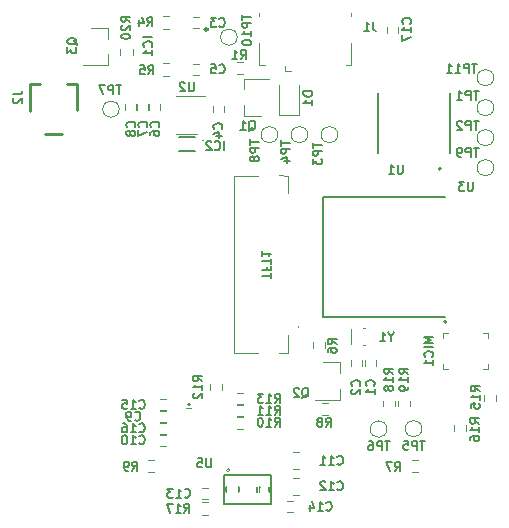
<source format=gbr>
G04 #@! TF.GenerationSoftware,KiCad,Pcbnew,(2018-02-05 revision d1a45d147)-makepkg*
G04 #@! TF.CreationDate,2020-01-13T12:48:58-08:00*
G04 #@! TF.ProjectId,badge,62616467652E6B696361645F70636200,rev?*
G04 #@! TF.SameCoordinates,Original*
G04 #@! TF.FileFunction,Legend,Bot*
G04 #@! TF.FilePolarity,Positive*
%FSLAX46Y46*%
G04 Gerber Fmt 4.6, Leading zero omitted, Abs format (unit mm)*
G04 Created by KiCad (PCBNEW (2018-02-05 revision d1a45d147)-makepkg) date 01/13/20 12:48:58*
%MOMM*%
%LPD*%
G01*
G04 APERTURE LIST*
%ADD10C,0.200000*%
%ADD11C,0.120000*%
%ADD12C,0.203200*%
%ADD13C,0.254000*%
%ADD14C,0.101600*%
%ADD15C,0.100000*%
%ADD16C,0.160000*%
%ADD17C,0.050000*%
%ADD18C,0.127000*%
%ADD19C,0.250000*%
%ADD20C,0.152400*%
G04 APERTURE END LIST*
D10*
X116314000Y-86990000D02*
G75*
G03X116314000Y-86990000I-24000J0D01*
G01*
X115659000Y-87927000D02*
X114259000Y-87927000D01*
X114259000Y-86727000D02*
X115659000Y-86727000D01*
D11*
X128844000Y-104204000D02*
X128844000Y-103004000D01*
X129844000Y-102904000D02*
X130044000Y-102904000D01*
X129844000Y-104304000D02*
X130044000Y-104304000D01*
D10*
X136482203Y-89396800D02*
G75*
G03X136482203Y-89396800I-111803J0D01*
G01*
D12*
X137220400Y-88096800D02*
X137220400Y-82996800D01*
X131120400Y-82996800D02*
X131120400Y-88096800D01*
D13*
X101665000Y-82195000D02*
X102565000Y-82195000D01*
X105665000Y-82195000D02*
X104810000Y-82195000D01*
X104432000Y-86445000D02*
X102943000Y-86445000D01*
X101665000Y-82195000D02*
X101665000Y-84542000D01*
X105665000Y-82195000D02*
X105665000Y-84408000D01*
D12*
X118079500Y-117769240D02*
X118079500Y-115351160D01*
X120916680Y-116758320D02*
X120916680Y-116362080D01*
X122118100Y-117769240D02*
X122118100Y-115351160D01*
X118079500Y-117769240D02*
X122118100Y-117769240D01*
X118079500Y-115351160D02*
X122118100Y-115351160D01*
D14*
X118632740Y-114916820D02*
G75*
G03X118632740Y-114916820I-154460J0D01*
G01*
D12*
X118312994Y-116372752D02*
G75*
G03X118313180Y-116748160I515806J-187448D01*
G01*
X119346552Y-116749281D02*
G75*
G03X119346960Y-116372240I-517752J189081D01*
G01*
X121121065Y-116369698D02*
G75*
G03X121119880Y-116748160I405215J-190502D01*
G01*
X121933128Y-116752648D02*
G75*
G03X121935220Y-116372240I-406848J192448D01*
G01*
D11*
X134865000Y-111410000D02*
G75*
G03X134865000Y-111410000I-700000J0D01*
G01*
X140941000Y-84226000D02*
G75*
G03X140941000Y-84226000I-700000J0D01*
G01*
X140941000Y-86766000D02*
G75*
G03X140941000Y-86766000I-700000J0D01*
G01*
X127733000Y-86512000D02*
G75*
G03X127733000Y-86512000I-700000J0D01*
G01*
X125193000Y-86512000D02*
G75*
G03X125193000Y-86512000I-700000J0D01*
G01*
X109241800Y-84353000D02*
G75*
G03X109241800Y-84353000I-700000J0D01*
G01*
X122653000Y-86512000D02*
G75*
G03X122653000Y-86512000I-700000J0D01*
G01*
X140941000Y-89306000D02*
G75*
G03X140941000Y-89306000I-700000J0D01*
G01*
X119224000Y-78257000D02*
G75*
G03X119224000Y-78257000I-700000J0D01*
G01*
X131898600Y-111440578D02*
G75*
G03X131898600Y-111440578I-700000J0D01*
G01*
X140941000Y-81686000D02*
G75*
G03X140941000Y-81686000I-700000J0D01*
G01*
X114059000Y-83217000D02*
X116509000Y-83217000D01*
X115859000Y-86437000D02*
X114059000Y-86437000D01*
D15*
X136650400Y-106325400D02*
X137050400Y-106325400D01*
X136650400Y-105925400D02*
X136650400Y-106325400D01*
X136650400Y-103325400D02*
X137050400Y-103325400D01*
X136650400Y-103725400D02*
X136650400Y-103325400D01*
X140450400Y-106325400D02*
X140450400Y-105925400D01*
X140050400Y-106325400D02*
X140450400Y-106325400D01*
X140450400Y-103325400D02*
X140450400Y-103725400D01*
X140050400Y-103325400D02*
X140450400Y-103325400D01*
D11*
X119796000Y-84917000D02*
X121256000Y-84917000D01*
X119796000Y-81757000D02*
X121956000Y-81757000D01*
X119796000Y-81757000D02*
X119796000Y-82687000D01*
X119796000Y-84917000D02*
X119796000Y-83987000D01*
X127947940Y-105777780D02*
X126487940Y-105777780D01*
X127947940Y-108937780D02*
X125787940Y-108937780D01*
X127947940Y-108937780D02*
X127947940Y-108007780D01*
X127947940Y-105777780D02*
X127947940Y-106707780D01*
X108325000Y-77450000D02*
X106865000Y-77450000D01*
X108325000Y-80610000D02*
X106165000Y-80610000D01*
X108325000Y-80610000D02*
X108325000Y-79680000D01*
X108325000Y-77450000D02*
X108325000Y-78380000D01*
X110691000Y-83950000D02*
X110691000Y-84450000D01*
X109751000Y-84450000D02*
X109751000Y-83950000D01*
X113179800Y-111848200D02*
X112679800Y-111848200D01*
X112679800Y-110908200D02*
X113179800Y-110908200D01*
X113179800Y-109848200D02*
X112679800Y-109848200D01*
X112679800Y-108908200D02*
X113179800Y-108908200D01*
X123481000Y-117538000D02*
X123981000Y-117538000D01*
X123981000Y-118478000D02*
X123481000Y-118478000D01*
X116779278Y-117358676D02*
X116279278Y-117358676D01*
X116279278Y-116418676D02*
X116779278Y-116418676D01*
X112679800Y-111908200D02*
X113179800Y-111908200D01*
X113179800Y-112848200D02*
X112679800Y-112848200D01*
X112679800Y-109908200D02*
X113179800Y-109908200D01*
X113179800Y-110848200D02*
X112679800Y-110848200D01*
X112691000Y-83950000D02*
X112691000Y-84450000D01*
X111751000Y-84450000D02*
X111751000Y-83950000D01*
X115955000Y-81486000D02*
X115455000Y-81486000D01*
X115455000Y-80546000D02*
X115955000Y-80546000D01*
X129814400Y-105591400D02*
X129814400Y-106091400D01*
X128874400Y-106091400D02*
X128874400Y-105591400D01*
X115955000Y-77486000D02*
X115455000Y-77486000D01*
X115455000Y-76546000D02*
X115955000Y-76546000D01*
X132811600Y-77422800D02*
X132811600Y-77922800D01*
X131871600Y-77922800D02*
X131871600Y-77422800D01*
X118105000Y-84077000D02*
X118105000Y-84577000D01*
X117165000Y-84577000D02*
X117165000Y-84077000D01*
X131008200Y-105591400D02*
X131008200Y-106091400D01*
X130068200Y-106091400D02*
X130068200Y-105591400D01*
X111691000Y-83950000D02*
X111691000Y-84450000D01*
X110751000Y-84450000D02*
X110751000Y-83950000D01*
X117959800Y-107628200D02*
X117959800Y-108128200D01*
X116899800Y-108128200D02*
X116899800Y-107628200D01*
X119679800Y-110408200D02*
X119179800Y-110408200D01*
X119179800Y-109348200D02*
X119679800Y-109348200D01*
X119679800Y-109408200D02*
X119179800Y-109408200D01*
X119179800Y-108348200D02*
X119679800Y-108348200D01*
X141177400Y-108545000D02*
X141177400Y-109045000D01*
X140117400Y-109045000D02*
X140117400Y-108545000D01*
X137552000Y-111585000D02*
X137552000Y-111085000D01*
X138612000Y-111085000D02*
X138612000Y-111585000D01*
X116279278Y-117628676D02*
X116779278Y-117628676D01*
X116779278Y-118688676D02*
X116279278Y-118688676D01*
X132617600Y-109020400D02*
X132617600Y-109520400D01*
X131557600Y-109520400D02*
X131557600Y-109020400D01*
X133887600Y-109020400D02*
X133887600Y-109520400D01*
X132827600Y-109520400D02*
X132827600Y-109020400D01*
X109335000Y-79740000D02*
X109335000Y-79240000D01*
X110395000Y-79240000D02*
X110395000Y-79740000D01*
X111705000Y-114030000D02*
X112205000Y-114030000D01*
X112205000Y-115090000D02*
X111705000Y-115090000D01*
X126395000Y-109220000D02*
X126895000Y-109220000D01*
X126895000Y-110280000D02*
X126395000Y-110280000D01*
X134035000Y-114030000D02*
X134535000Y-114030000D01*
X134535000Y-115090000D02*
X134035000Y-115090000D01*
X119225000Y-80320000D02*
X119725000Y-80320000D01*
X119725000Y-81380000D02*
X119225000Y-81380000D01*
X125608920Y-104595340D02*
X125608920Y-104095340D01*
X126668920Y-104095340D02*
X126668920Y-104595340D01*
X112955000Y-76486000D02*
X113455000Y-76486000D01*
X113455000Y-77546000D02*
X112955000Y-77546000D01*
X113455000Y-81546000D02*
X112955000Y-81546000D01*
X112955000Y-80486000D02*
X113455000Y-80486000D01*
X119679800Y-111408200D02*
X119179800Y-111408200D01*
X119179800Y-110348200D02*
X119679800Y-110348200D01*
D16*
X115234800Y-109373200D02*
G75*
G03X115234800Y-109373200I-80000J0D01*
G01*
D15*
X115354800Y-109628200D02*
X114929800Y-109628200D01*
D17*
X114929800Y-109628200D02*
X114954800Y-109623200D01*
D10*
X136950000Y-102350000D02*
G75*
G03X136950000Y-102350000I-100000J0D01*
G01*
D18*
X136800000Y-101950000D02*
X126500000Y-101950000D01*
X126500000Y-91750000D02*
X136800000Y-91750000D01*
X126500000Y-91750000D02*
X126500000Y-101950000D01*
D19*
X116730000Y-77616000D02*
G75*
G03X116730000Y-77616000I-125000J0D01*
G01*
D11*
X123920956Y-113401819D02*
X124438112Y-113401819D01*
X123920956Y-114821819D02*
X124438112Y-114821819D01*
X123920956Y-115560819D02*
X124438112Y-115560819D01*
X123920956Y-116980819D02*
X124438112Y-116980819D01*
X124454000Y-84850000D02*
X122754000Y-84850000D01*
X122754000Y-84850000D02*
X122754000Y-82300000D01*
X124454000Y-84850000D02*
X124454000Y-82300000D01*
X121100000Y-80612500D02*
X121550000Y-80612500D01*
X121100000Y-78762500D02*
X121100000Y-80612500D01*
X128900000Y-76212500D02*
X128900000Y-76462500D01*
X121100000Y-76212500D02*
X121100000Y-76462500D01*
X128900000Y-78762500D02*
X128900000Y-80612500D01*
X128900000Y-80612500D02*
X128450000Y-80612500D01*
X123300000Y-81162500D02*
X123750000Y-81162500D01*
X123300000Y-81162500D02*
X123300000Y-80712500D01*
D15*
X122743700Y-104989440D02*
X123493700Y-104989440D01*
X123493700Y-104989440D02*
X123493700Y-103489440D01*
X122743700Y-89964440D02*
X123493700Y-89989440D01*
X123493700Y-89989440D02*
X123493700Y-91489440D01*
X120993700Y-104989440D02*
X118943700Y-104989440D01*
X118943700Y-104989440D02*
X118943700Y-89989440D01*
X118943700Y-89989440D02*
X120993700Y-89989440D01*
X124393700Y-102789440D02*
X124393700Y-102789440D01*
X124393700Y-102689440D02*
X124393700Y-102689440D01*
X124393700Y-102689440D02*
G75*
G02X124393700Y-102789440I0J-50000D01*
G01*
X124393700Y-102789440D02*
G75*
G02X124393700Y-102689440I0J50000D01*
G01*
D20*
X118124857Y-87809214D02*
X118124857Y-87047214D01*
X117326571Y-87736642D02*
X117362857Y-87772928D01*
X117471714Y-87809214D01*
X117544285Y-87809214D01*
X117653142Y-87772928D01*
X117725714Y-87700357D01*
X117762000Y-87627785D01*
X117798285Y-87482642D01*
X117798285Y-87373785D01*
X117762000Y-87228642D01*
X117725714Y-87156071D01*
X117653142Y-87083500D01*
X117544285Y-87047214D01*
X117471714Y-87047214D01*
X117362857Y-87083500D01*
X117326571Y-87119785D01*
X117036285Y-87119785D02*
X117000000Y-87083500D01*
X116927428Y-87047214D01*
X116746000Y-87047214D01*
X116673428Y-87083500D01*
X116637142Y-87119785D01*
X116600857Y-87192357D01*
X116600857Y-87264928D01*
X116637142Y-87373785D01*
X117072571Y-87809214D01*
X116600857Y-87809214D01*
X132247257Y-103638857D02*
X132247257Y-104001714D01*
X132501257Y-103239714D02*
X132247257Y-103638857D01*
X131993257Y-103239714D01*
X131340114Y-104001714D02*
X131775542Y-104001714D01*
X131557828Y-104001714D02*
X131557828Y-103239714D01*
X131630400Y-103348571D01*
X131702971Y-103421142D01*
X131775542Y-103457428D01*
X133245571Y-89052714D02*
X133245571Y-89669571D01*
X133209285Y-89742142D01*
X133173000Y-89778428D01*
X133100428Y-89814714D01*
X132955285Y-89814714D01*
X132882714Y-89778428D01*
X132846428Y-89742142D01*
X132810142Y-89669571D01*
X132810142Y-89052714D01*
X132048142Y-89814714D02*
X132483571Y-89814714D01*
X132265857Y-89814714D02*
X132265857Y-89052714D01*
X132338428Y-89161571D01*
X132411000Y-89234142D01*
X132483571Y-89270428D01*
X100247714Y-83091000D02*
X100792000Y-83091000D01*
X100900857Y-83054714D01*
X100973428Y-82982142D01*
X101009714Y-82873285D01*
X101009714Y-82800714D01*
X100320285Y-83417571D02*
X100284000Y-83453857D01*
X100247714Y-83526428D01*
X100247714Y-83707857D01*
X100284000Y-83780428D01*
X100320285Y-83816714D01*
X100392857Y-83853000D01*
X100465428Y-83853000D01*
X100574285Y-83816714D01*
X101009714Y-83381285D01*
X101009714Y-83853000D01*
X135126571Y-112440714D02*
X134691142Y-112440714D01*
X134908857Y-113202714D02*
X134908857Y-112440714D01*
X134437142Y-113202714D02*
X134437142Y-112440714D01*
X134146857Y-112440714D01*
X134074285Y-112477000D01*
X134038000Y-112513285D01*
X134001714Y-112585857D01*
X134001714Y-112694714D01*
X134038000Y-112767285D01*
X134074285Y-112803571D01*
X134146857Y-112839857D01*
X134437142Y-112839857D01*
X133312285Y-112440714D02*
X133675142Y-112440714D01*
X133711428Y-112803571D01*
X133675142Y-112767285D01*
X133602571Y-112731000D01*
X133421142Y-112731000D01*
X133348571Y-112767285D01*
X133312285Y-112803571D01*
X133276000Y-112876142D01*
X133276000Y-113057571D01*
X133312285Y-113130142D01*
X133348571Y-113166428D01*
X133421142Y-113202714D01*
X133602571Y-113202714D01*
X133675142Y-113166428D01*
X133711428Y-113130142D01*
X139678571Y-82792714D02*
X139243142Y-82792714D01*
X139460857Y-83554714D02*
X139460857Y-82792714D01*
X138989142Y-83554714D02*
X138989142Y-82792714D01*
X138698857Y-82792714D01*
X138626285Y-82829000D01*
X138590000Y-82865285D01*
X138553714Y-82937857D01*
X138553714Y-83046714D01*
X138590000Y-83119285D01*
X138626285Y-83155571D01*
X138698857Y-83191857D01*
X138989142Y-83191857D01*
X137828000Y-83554714D02*
X138263428Y-83554714D01*
X138045714Y-83554714D02*
X138045714Y-82792714D01*
X138118285Y-82901571D01*
X138190857Y-82974142D01*
X138263428Y-83010428D01*
X139678571Y-85332714D02*
X139243142Y-85332714D01*
X139460857Y-86094714D02*
X139460857Y-85332714D01*
X138989142Y-86094714D02*
X138989142Y-85332714D01*
X138698857Y-85332714D01*
X138626285Y-85369000D01*
X138590000Y-85405285D01*
X138553714Y-85477857D01*
X138553714Y-85586714D01*
X138590000Y-85659285D01*
X138626285Y-85695571D01*
X138698857Y-85731857D01*
X138989142Y-85731857D01*
X138263428Y-85405285D02*
X138227142Y-85369000D01*
X138154571Y-85332714D01*
X137973142Y-85332714D01*
X137900571Y-85369000D01*
X137864285Y-85405285D01*
X137828000Y-85477857D01*
X137828000Y-85550428D01*
X137864285Y-85659285D01*
X138299714Y-86094714D01*
X137828000Y-86094714D01*
X125632734Y-87176028D02*
X125632734Y-87611457D01*
X126394734Y-87393742D02*
X125632734Y-87393742D01*
X126394734Y-87865457D02*
X125632734Y-87865457D01*
X125632734Y-88155742D01*
X125669020Y-88228314D01*
X125705305Y-88264600D01*
X125777877Y-88300885D01*
X125886734Y-88300885D01*
X125959305Y-88264600D01*
X125995591Y-88228314D01*
X126031877Y-88155742D01*
X126031877Y-87865457D01*
X125632734Y-88554885D02*
X125632734Y-89026600D01*
X125923020Y-88772600D01*
X125923020Y-88881457D01*
X125959305Y-88954028D01*
X125995591Y-88990314D01*
X126068162Y-89026600D01*
X126249591Y-89026600D01*
X126322162Y-88990314D01*
X126358448Y-88954028D01*
X126394734Y-88881457D01*
X126394734Y-88663742D01*
X126358448Y-88591171D01*
X126322162Y-88554885D01*
X122930174Y-87005848D02*
X122930174Y-87441277D01*
X123692174Y-87223562D02*
X122930174Y-87223562D01*
X123692174Y-87695277D02*
X122930174Y-87695277D01*
X122930174Y-87985562D01*
X122966460Y-88058134D01*
X123002745Y-88094420D01*
X123075317Y-88130705D01*
X123184174Y-88130705D01*
X123256745Y-88094420D01*
X123293031Y-88058134D01*
X123329317Y-87985562D01*
X123329317Y-87695277D01*
X123184174Y-88783848D02*
X123692174Y-88783848D01*
X122893888Y-88602420D02*
X123438174Y-88420991D01*
X123438174Y-88892705D01*
X109401771Y-82335514D02*
X108966342Y-82335514D01*
X109184057Y-83097514D02*
X109184057Y-82335514D01*
X108712342Y-83097514D02*
X108712342Y-82335514D01*
X108422057Y-82335514D01*
X108349485Y-82371800D01*
X108313200Y-82408085D01*
X108276914Y-82480657D01*
X108276914Y-82589514D01*
X108313200Y-82662085D01*
X108349485Y-82698371D01*
X108422057Y-82734657D01*
X108712342Y-82734657D01*
X108022914Y-82335514D02*
X107514914Y-82335514D01*
X107841485Y-83097514D01*
X120336834Y-86911868D02*
X120336834Y-87347297D01*
X121098834Y-87129582D02*
X120336834Y-87129582D01*
X121098834Y-87601297D02*
X120336834Y-87601297D01*
X120336834Y-87891582D01*
X120373120Y-87964154D01*
X120409405Y-88000440D01*
X120481977Y-88036725D01*
X120590834Y-88036725D01*
X120663405Y-88000440D01*
X120699691Y-87964154D01*
X120735977Y-87891582D01*
X120735977Y-87601297D01*
X120663405Y-88472154D02*
X120627120Y-88399582D01*
X120590834Y-88363297D01*
X120518262Y-88327011D01*
X120481977Y-88327011D01*
X120409405Y-88363297D01*
X120373120Y-88399582D01*
X120336834Y-88472154D01*
X120336834Y-88617297D01*
X120373120Y-88689868D01*
X120409405Y-88726154D01*
X120481977Y-88762440D01*
X120518262Y-88762440D01*
X120590834Y-88726154D01*
X120627120Y-88689868D01*
X120663405Y-88617297D01*
X120663405Y-88472154D01*
X120699691Y-88399582D01*
X120735977Y-88363297D01*
X120808548Y-88327011D01*
X120953691Y-88327011D01*
X121026262Y-88363297D01*
X121062548Y-88399582D01*
X121098834Y-88472154D01*
X121098834Y-88617297D01*
X121062548Y-88689868D01*
X121026262Y-88726154D01*
X120953691Y-88762440D01*
X120808548Y-88762440D01*
X120735977Y-88726154D01*
X120699691Y-88689868D01*
X120663405Y-88617297D01*
X139678571Y-87618714D02*
X139243142Y-87618714D01*
X139460857Y-88380714D02*
X139460857Y-87618714D01*
X138989142Y-88380714D02*
X138989142Y-87618714D01*
X138698857Y-87618714D01*
X138626285Y-87655000D01*
X138590000Y-87691285D01*
X138553714Y-87763857D01*
X138553714Y-87872714D01*
X138590000Y-87945285D01*
X138626285Y-87981571D01*
X138698857Y-88017857D01*
X138989142Y-88017857D01*
X138190857Y-88380714D02*
X138045714Y-88380714D01*
X137973142Y-88344428D01*
X137936857Y-88308142D01*
X137864285Y-88199285D01*
X137828000Y-88054142D01*
X137828000Y-87763857D01*
X137864285Y-87691285D01*
X137900571Y-87655000D01*
X137973142Y-87618714D01*
X138118285Y-87618714D01*
X138190857Y-87655000D01*
X138227142Y-87691285D01*
X138263428Y-87763857D01*
X138263428Y-87945285D01*
X138227142Y-88017857D01*
X138190857Y-88054142D01*
X138118285Y-88090428D01*
X137973142Y-88090428D01*
X137900571Y-88054142D01*
X137864285Y-88017857D01*
X137828000Y-87945285D01*
X119656114Y-76348371D02*
X119656114Y-76783800D01*
X120418114Y-76566085D02*
X119656114Y-76566085D01*
X120418114Y-77037800D02*
X119656114Y-77037800D01*
X119656114Y-77328085D01*
X119692400Y-77400657D01*
X119728685Y-77436942D01*
X119801257Y-77473228D01*
X119910114Y-77473228D01*
X119982685Y-77436942D01*
X120018971Y-77400657D01*
X120055257Y-77328085D01*
X120055257Y-77037800D01*
X120418114Y-78198942D02*
X120418114Y-77763514D01*
X120418114Y-77981228D02*
X119656114Y-77981228D01*
X119764971Y-77908657D01*
X119837542Y-77836085D01*
X119873828Y-77763514D01*
X119656114Y-78670657D02*
X119656114Y-78743228D01*
X119692400Y-78815800D01*
X119728685Y-78852085D01*
X119801257Y-78888371D01*
X119946400Y-78924657D01*
X120127828Y-78924657D01*
X120272971Y-78888371D01*
X120345542Y-78852085D01*
X120381828Y-78815800D01*
X120418114Y-78743228D01*
X120418114Y-78670657D01*
X120381828Y-78598085D01*
X120345542Y-78561800D01*
X120272971Y-78525514D01*
X120127828Y-78489228D01*
X119946400Y-78489228D01*
X119801257Y-78525514D01*
X119728685Y-78561800D01*
X119692400Y-78598085D01*
X119656114Y-78670657D01*
X132160171Y-112471292D02*
X131724742Y-112471292D01*
X131942457Y-113233292D02*
X131942457Y-112471292D01*
X131470742Y-113233292D02*
X131470742Y-112471292D01*
X131180457Y-112471292D01*
X131107885Y-112507578D01*
X131071600Y-112543863D01*
X131035314Y-112616435D01*
X131035314Y-112725292D01*
X131071600Y-112797863D01*
X131107885Y-112834149D01*
X131180457Y-112870435D01*
X131470742Y-112870435D01*
X130382171Y-112471292D02*
X130527314Y-112471292D01*
X130599885Y-112507578D01*
X130636171Y-112543863D01*
X130708742Y-112652720D01*
X130745028Y-112797863D01*
X130745028Y-113088149D01*
X130708742Y-113160720D01*
X130672457Y-113197006D01*
X130599885Y-113233292D01*
X130454742Y-113233292D01*
X130382171Y-113197006D01*
X130345885Y-113160720D01*
X130309600Y-113088149D01*
X130309600Y-112906720D01*
X130345885Y-112834149D01*
X130382171Y-112797863D01*
X130454742Y-112761578D01*
X130599885Y-112761578D01*
X130672457Y-112797863D01*
X130708742Y-112834149D01*
X130745028Y-112906720D01*
X139533428Y-80506714D02*
X139098000Y-80506714D01*
X139315714Y-81268714D02*
X139315714Y-80506714D01*
X138844000Y-81268714D02*
X138844000Y-80506714D01*
X138553714Y-80506714D01*
X138481142Y-80543000D01*
X138444857Y-80579285D01*
X138408571Y-80651857D01*
X138408571Y-80760714D01*
X138444857Y-80833285D01*
X138481142Y-80869571D01*
X138553714Y-80905857D01*
X138844000Y-80905857D01*
X137682857Y-81268714D02*
X138118285Y-81268714D01*
X137900571Y-81268714D02*
X137900571Y-80506714D01*
X137973142Y-80615571D01*
X138045714Y-80688142D01*
X138118285Y-80724428D01*
X136957142Y-81268714D02*
X137392571Y-81268714D01*
X137174857Y-81268714D02*
X137174857Y-80506714D01*
X137247428Y-80615571D01*
X137320000Y-80688142D01*
X137392571Y-80724428D01*
X115548571Y-82094214D02*
X115548571Y-82711071D01*
X115512285Y-82783642D01*
X115476000Y-82819928D01*
X115403428Y-82856214D01*
X115258285Y-82856214D01*
X115185714Y-82819928D01*
X115149428Y-82783642D01*
X115113142Y-82711071D01*
X115113142Y-82094214D01*
X114786571Y-82166785D02*
X114750285Y-82130500D01*
X114677714Y-82094214D01*
X114496285Y-82094214D01*
X114423714Y-82130500D01*
X114387428Y-82166785D01*
X114351142Y-82239357D01*
X114351142Y-82311928D01*
X114387428Y-82420785D01*
X114822857Y-82856214D01*
X114351142Y-82856214D01*
X135825114Y-103646114D02*
X135063114Y-103646114D01*
X135607400Y-103900114D01*
X135063114Y-104154114D01*
X135825114Y-104154114D01*
X135825114Y-104516971D02*
X135063114Y-104516971D01*
X135752542Y-105315257D02*
X135788828Y-105278971D01*
X135825114Y-105170114D01*
X135825114Y-105097542D01*
X135788828Y-104988685D01*
X135716257Y-104916114D01*
X135643685Y-104879828D01*
X135498542Y-104843542D01*
X135389685Y-104843542D01*
X135244542Y-104879828D01*
X135171971Y-104916114D01*
X135099400Y-104988685D01*
X135063114Y-105097542D01*
X135063114Y-105170114D01*
X135099400Y-105278971D01*
X135135685Y-105315257D01*
X135825114Y-106040971D02*
X135825114Y-105605542D01*
X135825114Y-105823257D02*
X135063114Y-105823257D01*
X135171971Y-105750685D01*
X135244542Y-105678114D01*
X135280828Y-105605542D01*
X120184071Y-86167285D02*
X120256642Y-86131000D01*
X120329214Y-86058428D01*
X120438071Y-85949571D01*
X120510642Y-85913285D01*
X120583214Y-85913285D01*
X120546928Y-86094714D02*
X120619500Y-86058428D01*
X120692071Y-85985857D01*
X120728357Y-85840714D01*
X120728357Y-85586714D01*
X120692071Y-85441571D01*
X120619500Y-85369000D01*
X120546928Y-85332714D01*
X120401785Y-85332714D01*
X120329214Y-85369000D01*
X120256642Y-85441571D01*
X120220357Y-85586714D01*
X120220357Y-85840714D01*
X120256642Y-85985857D01*
X120329214Y-86058428D01*
X120401785Y-86094714D01*
X120546928Y-86094714D01*
X119494642Y-86094714D02*
X119930071Y-86094714D01*
X119712357Y-86094714D02*
X119712357Y-85332714D01*
X119784928Y-85441571D01*
X119857500Y-85514142D01*
X119930071Y-85550428D01*
X124717971Y-108778365D02*
X124790542Y-108742080D01*
X124863114Y-108669508D01*
X124971971Y-108560651D01*
X125044542Y-108524365D01*
X125117114Y-108524365D01*
X125080828Y-108705794D02*
X125153400Y-108669508D01*
X125225971Y-108596937D01*
X125262257Y-108451794D01*
X125262257Y-108197794D01*
X125225971Y-108052651D01*
X125153400Y-107980080D01*
X125080828Y-107943794D01*
X124935685Y-107943794D01*
X124863114Y-107980080D01*
X124790542Y-108052651D01*
X124754257Y-108197794D01*
X124754257Y-108451794D01*
X124790542Y-108596937D01*
X124863114Y-108669508D01*
X124935685Y-108705794D01*
X125080828Y-108705794D01*
X124463971Y-108016365D02*
X124427685Y-107980080D01*
X124355114Y-107943794D01*
X124173685Y-107943794D01*
X124101114Y-107980080D01*
X124064828Y-108016365D01*
X124028542Y-108088937D01*
X124028542Y-108161508D01*
X124064828Y-108270365D01*
X124500257Y-108705794D01*
X124028542Y-108705794D01*
X105682285Y-78907428D02*
X105646000Y-78834857D01*
X105573428Y-78762285D01*
X105464571Y-78653428D01*
X105428285Y-78580857D01*
X105428285Y-78508285D01*
X105609714Y-78544571D02*
X105573428Y-78472000D01*
X105500857Y-78399428D01*
X105355714Y-78363142D01*
X105101714Y-78363142D01*
X104956571Y-78399428D01*
X104884000Y-78472000D01*
X104847714Y-78544571D01*
X104847714Y-78689714D01*
X104884000Y-78762285D01*
X104956571Y-78834857D01*
X105101714Y-78871142D01*
X105355714Y-78871142D01*
X105500857Y-78834857D01*
X105573428Y-78762285D01*
X105609714Y-78689714D01*
X105609714Y-78544571D01*
X104847714Y-79125142D02*
X104847714Y-79596857D01*
X105138000Y-79342857D01*
X105138000Y-79451714D01*
X105174285Y-79524285D01*
X105210571Y-79560571D01*
X105283142Y-79596857D01*
X105464571Y-79596857D01*
X105537142Y-79560571D01*
X105573428Y-79524285D01*
X105609714Y-79451714D01*
X105609714Y-79234000D01*
X105573428Y-79161428D01*
X105537142Y-79125142D01*
X110541142Y-85877000D02*
X110577428Y-85840714D01*
X110613714Y-85731857D01*
X110613714Y-85659285D01*
X110577428Y-85550428D01*
X110504857Y-85477857D01*
X110432285Y-85441571D01*
X110287142Y-85405285D01*
X110178285Y-85405285D01*
X110033142Y-85441571D01*
X109960571Y-85477857D01*
X109888000Y-85550428D01*
X109851714Y-85659285D01*
X109851714Y-85731857D01*
X109888000Y-85840714D01*
X109924285Y-85877000D01*
X110178285Y-86312428D02*
X110142000Y-86239857D01*
X110105714Y-86203571D01*
X110033142Y-86167285D01*
X109996857Y-86167285D01*
X109924285Y-86203571D01*
X109888000Y-86239857D01*
X109851714Y-86312428D01*
X109851714Y-86457571D01*
X109888000Y-86530142D01*
X109924285Y-86566428D01*
X109996857Y-86602714D01*
X110033142Y-86602714D01*
X110105714Y-86566428D01*
X110142000Y-86530142D01*
X110178285Y-86457571D01*
X110178285Y-86312428D01*
X110214571Y-86239857D01*
X110250857Y-86203571D01*
X110323428Y-86167285D01*
X110468571Y-86167285D01*
X110541142Y-86203571D01*
X110577428Y-86239857D01*
X110613714Y-86312428D01*
X110613714Y-86457571D01*
X110577428Y-86530142D01*
X110541142Y-86566428D01*
X110468571Y-86602714D01*
X110323428Y-86602714D01*
X110250857Y-86566428D01*
X110214571Y-86530142D01*
X110178285Y-86457571D01*
X110919657Y-111650342D02*
X110955942Y-111686628D01*
X111064800Y-111722914D01*
X111137371Y-111722914D01*
X111246228Y-111686628D01*
X111318800Y-111614057D01*
X111355085Y-111541485D01*
X111391371Y-111396342D01*
X111391371Y-111287485D01*
X111355085Y-111142342D01*
X111318800Y-111069771D01*
X111246228Y-110997200D01*
X111137371Y-110960914D01*
X111064800Y-110960914D01*
X110955942Y-110997200D01*
X110919657Y-111033485D01*
X110193942Y-111722914D02*
X110629371Y-111722914D01*
X110411657Y-111722914D02*
X110411657Y-110960914D01*
X110484228Y-111069771D01*
X110556800Y-111142342D01*
X110629371Y-111178628D01*
X109540800Y-110960914D02*
X109685942Y-110960914D01*
X109758514Y-110997200D01*
X109794800Y-111033485D01*
X109867371Y-111142342D01*
X109903657Y-111287485D01*
X109903657Y-111577771D01*
X109867371Y-111650342D01*
X109831085Y-111686628D01*
X109758514Y-111722914D01*
X109613371Y-111722914D01*
X109540800Y-111686628D01*
X109504514Y-111650342D01*
X109468228Y-111577771D01*
X109468228Y-111396342D01*
X109504514Y-111323771D01*
X109540800Y-111287485D01*
X109613371Y-111251200D01*
X109758514Y-111251200D01*
X109831085Y-111287485D01*
X109867371Y-111323771D01*
X109903657Y-111396342D01*
X110919657Y-109650342D02*
X110955942Y-109686628D01*
X111064800Y-109722914D01*
X111137371Y-109722914D01*
X111246228Y-109686628D01*
X111318800Y-109614057D01*
X111355085Y-109541485D01*
X111391371Y-109396342D01*
X111391371Y-109287485D01*
X111355085Y-109142342D01*
X111318800Y-109069771D01*
X111246228Y-108997200D01*
X111137371Y-108960914D01*
X111064800Y-108960914D01*
X110955942Y-108997200D01*
X110919657Y-109033485D01*
X110193942Y-109722914D02*
X110629371Y-109722914D01*
X110411657Y-109722914D02*
X110411657Y-108960914D01*
X110484228Y-109069771D01*
X110556800Y-109142342D01*
X110629371Y-109178628D01*
X109504514Y-108960914D02*
X109867371Y-108960914D01*
X109903657Y-109323771D01*
X109867371Y-109287485D01*
X109794800Y-109251200D01*
X109613371Y-109251200D01*
X109540800Y-109287485D01*
X109504514Y-109323771D01*
X109468228Y-109396342D01*
X109468228Y-109577771D01*
X109504514Y-109650342D01*
X109540800Y-109686628D01*
X109613371Y-109722914D01*
X109794800Y-109722914D01*
X109867371Y-109686628D01*
X109903657Y-109650342D01*
X126760857Y-118280142D02*
X126797142Y-118316428D01*
X126906000Y-118352714D01*
X126978571Y-118352714D01*
X127087428Y-118316428D01*
X127160000Y-118243857D01*
X127196285Y-118171285D01*
X127232571Y-118026142D01*
X127232571Y-117917285D01*
X127196285Y-117772142D01*
X127160000Y-117699571D01*
X127087428Y-117627000D01*
X126978571Y-117590714D01*
X126906000Y-117590714D01*
X126797142Y-117627000D01*
X126760857Y-117663285D01*
X126035142Y-118352714D02*
X126470571Y-118352714D01*
X126252857Y-118352714D02*
X126252857Y-117590714D01*
X126325428Y-117699571D01*
X126398000Y-117772142D01*
X126470571Y-117808428D01*
X125382000Y-117844714D02*
X125382000Y-118352714D01*
X125563428Y-117554428D02*
X125744857Y-118098714D01*
X125273142Y-118098714D01*
X114772057Y-117160818D02*
X114808342Y-117197104D01*
X114917200Y-117233390D01*
X114989771Y-117233390D01*
X115098628Y-117197104D01*
X115171200Y-117124533D01*
X115207485Y-117051961D01*
X115243771Y-116906818D01*
X115243771Y-116797961D01*
X115207485Y-116652818D01*
X115171200Y-116580247D01*
X115098628Y-116507676D01*
X114989771Y-116471390D01*
X114917200Y-116471390D01*
X114808342Y-116507676D01*
X114772057Y-116543961D01*
X114046342Y-117233390D02*
X114481771Y-117233390D01*
X114264057Y-117233390D02*
X114264057Y-116471390D01*
X114336628Y-116580247D01*
X114409200Y-116652818D01*
X114481771Y-116689104D01*
X113792342Y-116471390D02*
X113320628Y-116471390D01*
X113574628Y-116761676D01*
X113465771Y-116761676D01*
X113393200Y-116797961D01*
X113356914Y-116834247D01*
X113320628Y-116906818D01*
X113320628Y-117088247D01*
X113356914Y-117160818D01*
X113393200Y-117197104D01*
X113465771Y-117233390D01*
X113683485Y-117233390D01*
X113756057Y-117197104D01*
X113792342Y-117160818D01*
X110919657Y-112650342D02*
X110955942Y-112686628D01*
X111064800Y-112722914D01*
X111137371Y-112722914D01*
X111246228Y-112686628D01*
X111318800Y-112614057D01*
X111355085Y-112541485D01*
X111391371Y-112396342D01*
X111391371Y-112287485D01*
X111355085Y-112142342D01*
X111318800Y-112069771D01*
X111246228Y-111997200D01*
X111137371Y-111960914D01*
X111064800Y-111960914D01*
X110955942Y-111997200D01*
X110919657Y-112033485D01*
X110193942Y-112722914D02*
X110629371Y-112722914D01*
X110411657Y-112722914D02*
X110411657Y-111960914D01*
X110484228Y-112069771D01*
X110556800Y-112142342D01*
X110629371Y-112178628D01*
X109722228Y-111960914D02*
X109649657Y-111960914D01*
X109577085Y-111997200D01*
X109540800Y-112033485D01*
X109504514Y-112106057D01*
X109468228Y-112251200D01*
X109468228Y-112432628D01*
X109504514Y-112577771D01*
X109540800Y-112650342D01*
X109577085Y-112686628D01*
X109649657Y-112722914D01*
X109722228Y-112722914D01*
X109794800Y-112686628D01*
X109831085Y-112650342D01*
X109867371Y-112577771D01*
X109903657Y-112432628D01*
X109903657Y-112251200D01*
X109867371Y-112106057D01*
X109831085Y-112033485D01*
X109794800Y-111997200D01*
X109722228Y-111960914D01*
X110556800Y-110650342D02*
X110593085Y-110686628D01*
X110701942Y-110722914D01*
X110774514Y-110722914D01*
X110883371Y-110686628D01*
X110955942Y-110614057D01*
X110992228Y-110541485D01*
X111028514Y-110396342D01*
X111028514Y-110287485D01*
X110992228Y-110142342D01*
X110955942Y-110069771D01*
X110883371Y-109997200D01*
X110774514Y-109960914D01*
X110701942Y-109960914D01*
X110593085Y-109997200D01*
X110556800Y-110033485D01*
X110193942Y-110722914D02*
X110048800Y-110722914D01*
X109976228Y-110686628D01*
X109939942Y-110650342D01*
X109867371Y-110541485D01*
X109831085Y-110396342D01*
X109831085Y-110106057D01*
X109867371Y-110033485D01*
X109903657Y-109997200D01*
X109976228Y-109960914D01*
X110121371Y-109960914D01*
X110193942Y-109997200D01*
X110230228Y-110033485D01*
X110266514Y-110106057D01*
X110266514Y-110287485D01*
X110230228Y-110360057D01*
X110193942Y-110396342D01*
X110121371Y-110432628D01*
X109976228Y-110432628D01*
X109903657Y-110396342D01*
X109867371Y-110360057D01*
X109831085Y-110287485D01*
X112573142Y-85877000D02*
X112609428Y-85840714D01*
X112645714Y-85731857D01*
X112645714Y-85659285D01*
X112609428Y-85550428D01*
X112536857Y-85477857D01*
X112464285Y-85441571D01*
X112319142Y-85405285D01*
X112210285Y-85405285D01*
X112065142Y-85441571D01*
X111992571Y-85477857D01*
X111920000Y-85550428D01*
X111883714Y-85659285D01*
X111883714Y-85731857D01*
X111920000Y-85840714D01*
X111956285Y-85877000D01*
X111883714Y-86530142D02*
X111883714Y-86385000D01*
X111920000Y-86312428D01*
X111956285Y-86276142D01*
X112065142Y-86203571D01*
X112210285Y-86167285D01*
X112500571Y-86167285D01*
X112573142Y-86203571D01*
X112609428Y-86239857D01*
X112645714Y-86312428D01*
X112645714Y-86457571D01*
X112609428Y-86530142D01*
X112573142Y-86566428D01*
X112500571Y-86602714D01*
X112319142Y-86602714D01*
X112246571Y-86566428D01*
X112210285Y-86530142D01*
X112174000Y-86457571D01*
X112174000Y-86312428D01*
X112210285Y-86239857D01*
X112246571Y-86203571D01*
X112319142Y-86167285D01*
X117698500Y-81259642D02*
X117734785Y-81295928D01*
X117843642Y-81332214D01*
X117916214Y-81332214D01*
X118025071Y-81295928D01*
X118097642Y-81223357D01*
X118133928Y-81150785D01*
X118170214Y-81005642D01*
X118170214Y-80896785D01*
X118133928Y-80751642D01*
X118097642Y-80679071D01*
X118025071Y-80606500D01*
X117916214Y-80570214D01*
X117843642Y-80570214D01*
X117734785Y-80606500D01*
X117698500Y-80642785D01*
X117009071Y-80570214D02*
X117371928Y-80570214D01*
X117408214Y-80933071D01*
X117371928Y-80896785D01*
X117299357Y-80860500D01*
X117117928Y-80860500D01*
X117045357Y-80896785D01*
X117009071Y-80933071D01*
X116972785Y-81005642D01*
X116972785Y-81187071D01*
X117009071Y-81259642D01*
X117045357Y-81295928D01*
X117117928Y-81332214D01*
X117299357Y-81332214D01*
X117371928Y-81295928D01*
X117408214Y-81259642D01*
X129593682Y-107761640D02*
X129629968Y-107725354D01*
X129666254Y-107616497D01*
X129666254Y-107543925D01*
X129629968Y-107435068D01*
X129557397Y-107362497D01*
X129484825Y-107326211D01*
X129339682Y-107289925D01*
X129230825Y-107289925D01*
X129085682Y-107326211D01*
X129013111Y-107362497D01*
X128940540Y-107435068D01*
X128904254Y-107543925D01*
X128904254Y-107616497D01*
X128940540Y-107725354D01*
X128976825Y-107761640D01*
X128976825Y-108051925D02*
X128940540Y-108088211D01*
X128904254Y-108160782D01*
X128904254Y-108342211D01*
X128940540Y-108414782D01*
X128976825Y-108451068D01*
X129049397Y-108487354D01*
X129121968Y-108487354D01*
X129230825Y-108451068D01*
X129666254Y-108015640D01*
X129666254Y-108487354D01*
X117698500Y-77322642D02*
X117734785Y-77358928D01*
X117843642Y-77395214D01*
X117916214Y-77395214D01*
X118025071Y-77358928D01*
X118097642Y-77286357D01*
X118133928Y-77213785D01*
X118170214Y-77068642D01*
X118170214Y-76959785D01*
X118133928Y-76814642D01*
X118097642Y-76742071D01*
X118025071Y-76669500D01*
X117916214Y-76633214D01*
X117843642Y-76633214D01*
X117734785Y-76669500D01*
X117698500Y-76705785D01*
X117444500Y-76633214D02*
X116972785Y-76633214D01*
X117226785Y-76923500D01*
X117117928Y-76923500D01*
X117045357Y-76959785D01*
X117009071Y-76996071D01*
X116972785Y-77068642D01*
X116972785Y-77250071D01*
X117009071Y-77322642D01*
X117045357Y-77358928D01*
X117117928Y-77395214D01*
X117335642Y-77395214D01*
X117408214Y-77358928D01*
X117444500Y-77322642D01*
X133883742Y-77106742D02*
X133920028Y-77070457D01*
X133956314Y-76961600D01*
X133956314Y-76889028D01*
X133920028Y-76780171D01*
X133847457Y-76707600D01*
X133774885Y-76671314D01*
X133629742Y-76635028D01*
X133520885Y-76635028D01*
X133375742Y-76671314D01*
X133303171Y-76707600D01*
X133230600Y-76780171D01*
X133194314Y-76889028D01*
X133194314Y-76961600D01*
X133230600Y-77070457D01*
X133266885Y-77106742D01*
X133956314Y-77832457D02*
X133956314Y-77397028D01*
X133956314Y-77614742D02*
X133194314Y-77614742D01*
X133303171Y-77542171D01*
X133375742Y-77469600D01*
X133412028Y-77397028D01*
X133194314Y-78086457D02*
X133194314Y-78594457D01*
X133956314Y-78267885D01*
X117907142Y-86004000D02*
X117943428Y-85967714D01*
X117979714Y-85858857D01*
X117979714Y-85786285D01*
X117943428Y-85677428D01*
X117870857Y-85604857D01*
X117798285Y-85568571D01*
X117653142Y-85532285D01*
X117544285Y-85532285D01*
X117399142Y-85568571D01*
X117326571Y-85604857D01*
X117254000Y-85677428D01*
X117217714Y-85786285D01*
X117217714Y-85858857D01*
X117254000Y-85967714D01*
X117290285Y-86004000D01*
X117471714Y-86657142D02*
X117979714Y-86657142D01*
X117181428Y-86475714D02*
X117725714Y-86294285D01*
X117725714Y-86766000D01*
X130802722Y-107776880D02*
X130839008Y-107740594D01*
X130875294Y-107631737D01*
X130875294Y-107559165D01*
X130839008Y-107450308D01*
X130766437Y-107377737D01*
X130693865Y-107341451D01*
X130548722Y-107305165D01*
X130439865Y-107305165D01*
X130294722Y-107341451D01*
X130222151Y-107377737D01*
X130149580Y-107450308D01*
X130113294Y-107559165D01*
X130113294Y-107631737D01*
X130149580Y-107740594D01*
X130185865Y-107776880D01*
X130875294Y-108502594D02*
X130875294Y-108067165D01*
X130875294Y-108284880D02*
X130113294Y-108284880D01*
X130222151Y-108212308D01*
X130294722Y-108139737D01*
X130331008Y-108067165D01*
X111557142Y-85877000D02*
X111593428Y-85840714D01*
X111629714Y-85731857D01*
X111629714Y-85659285D01*
X111593428Y-85550428D01*
X111520857Y-85477857D01*
X111448285Y-85441571D01*
X111303142Y-85405285D01*
X111194285Y-85405285D01*
X111049142Y-85441571D01*
X110976571Y-85477857D01*
X110904000Y-85550428D01*
X110867714Y-85659285D01*
X110867714Y-85731857D01*
X110904000Y-85840714D01*
X110940285Y-85877000D01*
X110867714Y-86131000D02*
X110867714Y-86639000D01*
X111629714Y-86312428D01*
X116274514Y-107388342D02*
X115911657Y-107134342D01*
X116274514Y-106952914D02*
X115512514Y-106952914D01*
X115512514Y-107243200D01*
X115548800Y-107315771D01*
X115585085Y-107352057D01*
X115657657Y-107388342D01*
X115766514Y-107388342D01*
X115839085Y-107352057D01*
X115875371Y-107315771D01*
X115911657Y-107243200D01*
X115911657Y-106952914D01*
X116274514Y-108114057D02*
X116274514Y-107678628D01*
X116274514Y-107896342D02*
X115512514Y-107896342D01*
X115621371Y-107823771D01*
X115693942Y-107751200D01*
X115730228Y-107678628D01*
X115585085Y-108404342D02*
X115548800Y-108440628D01*
X115512514Y-108513200D01*
X115512514Y-108694628D01*
X115548800Y-108767200D01*
X115585085Y-108803485D01*
X115657657Y-108839771D01*
X115730228Y-108839771D01*
X115839085Y-108803485D01*
X116274514Y-108368057D01*
X116274514Y-108839771D01*
X122419657Y-110222914D02*
X122673657Y-109860057D01*
X122855085Y-110222914D02*
X122855085Y-109460914D01*
X122564800Y-109460914D01*
X122492228Y-109497200D01*
X122455942Y-109533485D01*
X122419657Y-109606057D01*
X122419657Y-109714914D01*
X122455942Y-109787485D01*
X122492228Y-109823771D01*
X122564800Y-109860057D01*
X122855085Y-109860057D01*
X121693942Y-110222914D02*
X122129371Y-110222914D01*
X121911657Y-110222914D02*
X121911657Y-109460914D01*
X121984228Y-109569771D01*
X122056800Y-109642342D01*
X122129371Y-109678628D01*
X120968228Y-110222914D02*
X121403657Y-110222914D01*
X121185942Y-110222914D02*
X121185942Y-109460914D01*
X121258514Y-109569771D01*
X121331085Y-109642342D01*
X121403657Y-109678628D01*
X122419657Y-109222914D02*
X122673657Y-108860057D01*
X122855085Y-109222914D02*
X122855085Y-108460914D01*
X122564800Y-108460914D01*
X122492228Y-108497200D01*
X122455942Y-108533485D01*
X122419657Y-108606057D01*
X122419657Y-108714914D01*
X122455942Y-108787485D01*
X122492228Y-108823771D01*
X122564800Y-108860057D01*
X122855085Y-108860057D01*
X121693942Y-109222914D02*
X122129371Y-109222914D01*
X121911657Y-109222914D02*
X121911657Y-108460914D01*
X121984228Y-108569771D01*
X122056800Y-108642342D01*
X122129371Y-108678628D01*
X121439942Y-108460914D02*
X120968228Y-108460914D01*
X121222228Y-108751200D01*
X121113371Y-108751200D01*
X121040800Y-108787485D01*
X121004514Y-108823771D01*
X120968228Y-108896342D01*
X120968228Y-109077771D01*
X121004514Y-109150342D01*
X121040800Y-109186628D01*
X121113371Y-109222914D01*
X121331085Y-109222914D01*
X121403657Y-109186628D01*
X121439942Y-109150342D01*
X139759714Y-108250142D02*
X139396857Y-107996142D01*
X139759714Y-107814714D02*
X138997714Y-107814714D01*
X138997714Y-108105000D01*
X139034000Y-108177571D01*
X139070285Y-108213857D01*
X139142857Y-108250142D01*
X139251714Y-108250142D01*
X139324285Y-108213857D01*
X139360571Y-108177571D01*
X139396857Y-108105000D01*
X139396857Y-107814714D01*
X139759714Y-108975857D02*
X139759714Y-108540428D01*
X139759714Y-108758142D02*
X138997714Y-108758142D01*
X139106571Y-108685571D01*
X139179142Y-108613000D01*
X139215428Y-108540428D01*
X138997714Y-109665285D02*
X138997714Y-109302428D01*
X139360571Y-109266142D01*
X139324285Y-109302428D01*
X139288000Y-109375000D01*
X139288000Y-109556428D01*
X139324285Y-109629000D01*
X139360571Y-109665285D01*
X139433142Y-109701571D01*
X139614571Y-109701571D01*
X139687142Y-109665285D01*
X139723428Y-109629000D01*
X139759714Y-109556428D01*
X139759714Y-109375000D01*
X139723428Y-109302428D01*
X139687142Y-109266142D01*
X139719714Y-110970142D02*
X139356857Y-110716142D01*
X139719714Y-110534714D02*
X138957714Y-110534714D01*
X138957714Y-110825000D01*
X138994000Y-110897571D01*
X139030285Y-110933857D01*
X139102857Y-110970142D01*
X139211714Y-110970142D01*
X139284285Y-110933857D01*
X139320571Y-110897571D01*
X139356857Y-110825000D01*
X139356857Y-110534714D01*
X139719714Y-111695857D02*
X139719714Y-111260428D01*
X139719714Y-111478142D02*
X138957714Y-111478142D01*
X139066571Y-111405571D01*
X139139142Y-111333000D01*
X139175428Y-111260428D01*
X138957714Y-112349000D02*
X138957714Y-112203857D01*
X138994000Y-112131285D01*
X139030285Y-112095000D01*
X139139142Y-112022428D01*
X139284285Y-111986142D01*
X139574571Y-111986142D01*
X139647142Y-112022428D01*
X139683428Y-112058714D01*
X139719714Y-112131285D01*
X139719714Y-112276428D01*
X139683428Y-112349000D01*
X139647142Y-112385285D01*
X139574571Y-112421571D01*
X139393142Y-112421571D01*
X139320571Y-112385285D01*
X139284285Y-112349000D01*
X139248000Y-112276428D01*
X139248000Y-112131285D01*
X139284285Y-112058714D01*
X139320571Y-112022428D01*
X139393142Y-111986142D01*
X114733135Y-118503390D02*
X114987135Y-118140533D01*
X115168563Y-118503390D02*
X115168563Y-117741390D01*
X114878278Y-117741390D01*
X114805706Y-117777676D01*
X114769420Y-117813961D01*
X114733135Y-117886533D01*
X114733135Y-117995390D01*
X114769420Y-118067961D01*
X114805706Y-118104247D01*
X114878278Y-118140533D01*
X115168563Y-118140533D01*
X114007420Y-118503390D02*
X114442849Y-118503390D01*
X114225135Y-118503390D02*
X114225135Y-117741390D01*
X114297706Y-117850247D01*
X114370278Y-117922818D01*
X114442849Y-117959104D01*
X113753420Y-117741390D02*
X113245420Y-117741390D01*
X113571992Y-118503390D01*
X132432314Y-106748542D02*
X132069457Y-106494542D01*
X132432314Y-106313114D02*
X131670314Y-106313114D01*
X131670314Y-106603400D01*
X131706600Y-106675971D01*
X131742885Y-106712257D01*
X131815457Y-106748542D01*
X131924314Y-106748542D01*
X131996885Y-106712257D01*
X132033171Y-106675971D01*
X132069457Y-106603400D01*
X132069457Y-106313114D01*
X132432314Y-107474257D02*
X132432314Y-107038828D01*
X132432314Y-107256542D02*
X131670314Y-107256542D01*
X131779171Y-107183971D01*
X131851742Y-107111400D01*
X131888028Y-107038828D01*
X131996885Y-107909685D02*
X131960600Y-107837114D01*
X131924314Y-107800828D01*
X131851742Y-107764542D01*
X131815457Y-107764542D01*
X131742885Y-107800828D01*
X131706600Y-107837114D01*
X131670314Y-107909685D01*
X131670314Y-108054828D01*
X131706600Y-108127400D01*
X131742885Y-108163685D01*
X131815457Y-108199971D01*
X131851742Y-108199971D01*
X131924314Y-108163685D01*
X131960600Y-108127400D01*
X131996885Y-108054828D01*
X131996885Y-107909685D01*
X132033171Y-107837114D01*
X132069457Y-107800828D01*
X132142028Y-107764542D01*
X132287171Y-107764542D01*
X132359742Y-107800828D01*
X132396028Y-107837114D01*
X132432314Y-107909685D01*
X132432314Y-108054828D01*
X132396028Y-108127400D01*
X132359742Y-108163685D01*
X132287171Y-108199971D01*
X132142028Y-108199971D01*
X132069457Y-108163685D01*
X132033171Y-108127400D01*
X131996885Y-108054828D01*
X133702314Y-106748542D02*
X133339457Y-106494542D01*
X133702314Y-106313114D02*
X132940314Y-106313114D01*
X132940314Y-106603400D01*
X132976600Y-106675971D01*
X133012885Y-106712257D01*
X133085457Y-106748542D01*
X133194314Y-106748542D01*
X133266885Y-106712257D01*
X133303171Y-106675971D01*
X133339457Y-106603400D01*
X133339457Y-106313114D01*
X133702314Y-107474257D02*
X133702314Y-107038828D01*
X133702314Y-107256542D02*
X132940314Y-107256542D01*
X133049171Y-107183971D01*
X133121742Y-107111400D01*
X133158028Y-107038828D01*
X133702314Y-107837114D02*
X133702314Y-107982257D01*
X133666028Y-108054828D01*
X133629742Y-108091114D01*
X133520885Y-108163685D01*
X133375742Y-108199971D01*
X133085457Y-108199971D01*
X133012885Y-108163685D01*
X132976600Y-108127400D01*
X132940314Y-108054828D01*
X132940314Y-107909685D01*
X132976600Y-107837114D01*
X133012885Y-107800828D01*
X133085457Y-107764542D01*
X133266885Y-107764542D01*
X133339457Y-107800828D01*
X133375742Y-107837114D01*
X133412028Y-107909685D01*
X133412028Y-108054828D01*
X133375742Y-108127400D01*
X133339457Y-108163685D01*
X133266885Y-108199971D01*
X110158914Y-76942742D02*
X109796057Y-76688742D01*
X110158914Y-76507314D02*
X109396914Y-76507314D01*
X109396914Y-76797600D01*
X109433200Y-76870171D01*
X109469485Y-76906457D01*
X109542057Y-76942742D01*
X109650914Y-76942742D01*
X109723485Y-76906457D01*
X109759771Y-76870171D01*
X109796057Y-76797600D01*
X109796057Y-76507314D01*
X109469485Y-77233028D02*
X109433200Y-77269314D01*
X109396914Y-77341885D01*
X109396914Y-77523314D01*
X109433200Y-77595885D01*
X109469485Y-77632171D01*
X109542057Y-77668457D01*
X109614628Y-77668457D01*
X109723485Y-77632171D01*
X110158914Y-77196742D01*
X110158914Y-77668457D01*
X109396914Y-78140171D02*
X109396914Y-78212742D01*
X109433200Y-78285314D01*
X109469485Y-78321600D01*
X109542057Y-78357885D01*
X109687200Y-78394171D01*
X109868628Y-78394171D01*
X110013771Y-78357885D01*
X110086342Y-78321600D01*
X110122628Y-78285314D01*
X110158914Y-78212742D01*
X110158914Y-78140171D01*
X110122628Y-78067600D01*
X110086342Y-78031314D01*
X110013771Y-77995028D01*
X109868628Y-77958742D01*
X109687200Y-77958742D01*
X109542057Y-77995028D01*
X109469485Y-78031314D01*
X109433200Y-78067600D01*
X109396914Y-78140171D01*
X110329400Y-114955514D02*
X110583400Y-114592657D01*
X110764828Y-114955514D02*
X110764828Y-114193514D01*
X110474542Y-114193514D01*
X110401971Y-114229800D01*
X110365685Y-114266085D01*
X110329400Y-114338657D01*
X110329400Y-114447514D01*
X110365685Y-114520085D01*
X110401971Y-114556371D01*
X110474542Y-114592657D01*
X110764828Y-114592657D01*
X109966542Y-114955514D02*
X109821400Y-114955514D01*
X109748828Y-114919228D01*
X109712542Y-114882942D01*
X109639971Y-114774085D01*
X109603685Y-114628942D01*
X109603685Y-114338657D01*
X109639971Y-114266085D01*
X109676257Y-114229800D01*
X109748828Y-114193514D01*
X109893971Y-114193514D01*
X109966542Y-114229800D01*
X110002828Y-114266085D01*
X110039114Y-114338657D01*
X110039114Y-114520085D01*
X110002828Y-114592657D01*
X109966542Y-114628942D01*
X109893971Y-114665228D01*
X109748828Y-114665228D01*
X109676257Y-114628942D01*
X109639971Y-114592657D01*
X109603685Y-114520085D01*
X126733900Y-111242794D02*
X126987900Y-110879937D01*
X127169328Y-111242794D02*
X127169328Y-110480794D01*
X126879042Y-110480794D01*
X126806471Y-110517080D01*
X126770185Y-110553365D01*
X126733900Y-110625937D01*
X126733900Y-110734794D01*
X126770185Y-110807365D01*
X126806471Y-110843651D01*
X126879042Y-110879937D01*
X127169328Y-110879937D01*
X126298471Y-110807365D02*
X126371042Y-110771080D01*
X126407328Y-110734794D01*
X126443614Y-110662222D01*
X126443614Y-110625937D01*
X126407328Y-110553365D01*
X126371042Y-110517080D01*
X126298471Y-110480794D01*
X126153328Y-110480794D01*
X126080757Y-110517080D01*
X126044471Y-110553365D01*
X126008185Y-110625937D01*
X126008185Y-110662222D01*
X126044471Y-110734794D01*
X126080757Y-110771080D01*
X126153328Y-110807365D01*
X126298471Y-110807365D01*
X126371042Y-110843651D01*
X126407328Y-110879937D01*
X126443614Y-110952508D01*
X126443614Y-111097651D01*
X126407328Y-111170222D01*
X126371042Y-111206508D01*
X126298471Y-111242794D01*
X126153328Y-111242794D01*
X126080757Y-111206508D01*
X126044471Y-111170222D01*
X126008185Y-111097651D01*
X126008185Y-110952508D01*
X126044471Y-110879937D01*
X126080757Y-110843651D01*
X126153328Y-110807365D01*
X132557800Y-114980914D02*
X132811800Y-114618057D01*
X132993228Y-114980914D02*
X132993228Y-114218914D01*
X132702942Y-114218914D01*
X132630371Y-114255200D01*
X132594085Y-114291485D01*
X132557800Y-114364057D01*
X132557800Y-114472914D01*
X132594085Y-114545485D01*
X132630371Y-114581771D01*
X132702942Y-114618057D01*
X132993228Y-114618057D01*
X132303800Y-114218914D02*
X131795800Y-114218914D01*
X132122371Y-114980914D01*
X119514600Y-80100314D02*
X119768600Y-79737457D01*
X119950028Y-80100314D02*
X119950028Y-79338314D01*
X119659742Y-79338314D01*
X119587171Y-79374600D01*
X119550885Y-79410885D01*
X119514600Y-79483457D01*
X119514600Y-79592314D01*
X119550885Y-79664885D01*
X119587171Y-79701171D01*
X119659742Y-79737457D01*
X119950028Y-79737457D01*
X118788885Y-80100314D02*
X119224314Y-80100314D01*
X119006600Y-80100314D02*
X119006600Y-79338314D01*
X119079171Y-79447171D01*
X119151742Y-79519742D01*
X119224314Y-79556028D01*
X127639714Y-104263000D02*
X127276857Y-104009000D01*
X127639714Y-103827571D02*
X126877714Y-103827571D01*
X126877714Y-104117857D01*
X126914000Y-104190428D01*
X126950285Y-104226714D01*
X127022857Y-104263000D01*
X127131714Y-104263000D01*
X127204285Y-104226714D01*
X127240571Y-104190428D01*
X127276857Y-104117857D01*
X127276857Y-103827571D01*
X126877714Y-104916142D02*
X126877714Y-104771000D01*
X126914000Y-104698428D01*
X126950285Y-104662142D01*
X127059142Y-104589571D01*
X127204285Y-104553285D01*
X127494571Y-104553285D01*
X127567142Y-104589571D01*
X127603428Y-104625857D01*
X127639714Y-104698428D01*
X127639714Y-104843571D01*
X127603428Y-104916142D01*
X127567142Y-104952428D01*
X127494571Y-104988714D01*
X127313142Y-104988714D01*
X127240571Y-104952428D01*
X127204285Y-104916142D01*
X127168000Y-104843571D01*
X127168000Y-104698428D01*
X127204285Y-104625857D01*
X127240571Y-104589571D01*
X127313142Y-104553285D01*
X111602500Y-77331714D02*
X111856500Y-76968857D01*
X112037928Y-77331714D02*
X112037928Y-76569714D01*
X111747642Y-76569714D01*
X111675071Y-76606000D01*
X111638785Y-76642285D01*
X111602500Y-76714857D01*
X111602500Y-76823714D01*
X111638785Y-76896285D01*
X111675071Y-76932571D01*
X111747642Y-76968857D01*
X112037928Y-76968857D01*
X110949357Y-76823714D02*
X110949357Y-77331714D01*
X111130785Y-76533428D02*
X111312214Y-77077714D01*
X110840500Y-77077714D01*
X111692000Y-81414714D02*
X111946000Y-81051857D01*
X112127428Y-81414714D02*
X112127428Y-80652714D01*
X111837142Y-80652714D01*
X111764571Y-80689000D01*
X111728285Y-80725285D01*
X111692000Y-80797857D01*
X111692000Y-80906714D01*
X111728285Y-80979285D01*
X111764571Y-81015571D01*
X111837142Y-81051857D01*
X112127428Y-81051857D01*
X111002571Y-80652714D02*
X111365428Y-80652714D01*
X111401714Y-81015571D01*
X111365428Y-80979285D01*
X111292857Y-80943000D01*
X111111428Y-80943000D01*
X111038857Y-80979285D01*
X111002571Y-81015571D01*
X110966285Y-81088142D01*
X110966285Y-81269571D01*
X111002571Y-81342142D01*
X111038857Y-81378428D01*
X111111428Y-81414714D01*
X111292857Y-81414714D01*
X111365428Y-81378428D01*
X111401714Y-81342142D01*
X122419657Y-111222914D02*
X122673657Y-110860057D01*
X122855085Y-111222914D02*
X122855085Y-110460914D01*
X122564800Y-110460914D01*
X122492228Y-110497200D01*
X122455942Y-110533485D01*
X122419657Y-110606057D01*
X122419657Y-110714914D01*
X122455942Y-110787485D01*
X122492228Y-110823771D01*
X122564800Y-110860057D01*
X122855085Y-110860057D01*
X121693942Y-111222914D02*
X122129371Y-111222914D01*
X121911657Y-111222914D02*
X121911657Y-110460914D01*
X121984228Y-110569771D01*
X122056800Y-110642342D01*
X122129371Y-110678628D01*
X121222228Y-110460914D02*
X121149657Y-110460914D01*
X121077085Y-110497200D01*
X121040800Y-110533485D01*
X121004514Y-110606057D01*
X120968228Y-110751200D01*
X120968228Y-110932628D01*
X121004514Y-111077771D01*
X121040800Y-111150342D01*
X121077085Y-111186628D01*
X121149657Y-111222914D01*
X121222228Y-111222914D01*
X121294800Y-111186628D01*
X121331085Y-111150342D01*
X121367371Y-111077771D01*
X121403657Y-110932628D01*
X121403657Y-110751200D01*
X121367371Y-110606057D01*
X121331085Y-110533485D01*
X121294800Y-110497200D01*
X121222228Y-110460914D01*
X117045571Y-113922714D02*
X117045571Y-114539571D01*
X117009285Y-114612142D01*
X116973000Y-114648428D01*
X116900428Y-114684714D01*
X116755285Y-114684714D01*
X116682714Y-114648428D01*
X116646428Y-114612142D01*
X116610142Y-114539571D01*
X116610142Y-113922714D01*
X115884428Y-113922714D02*
X116247285Y-113922714D01*
X116283571Y-114285571D01*
X116247285Y-114249285D01*
X116174714Y-114213000D01*
X115993285Y-114213000D01*
X115920714Y-114249285D01*
X115884428Y-114285571D01*
X115848142Y-114358142D01*
X115848142Y-114539571D01*
X115884428Y-114612142D01*
X115920714Y-114648428D01*
X115993285Y-114684714D01*
X116174714Y-114684714D01*
X116247285Y-114648428D01*
X116283571Y-114612142D01*
X139174886Y-90522849D02*
X139174886Y-91139706D01*
X139138600Y-91212277D01*
X139102315Y-91248563D01*
X139029743Y-91284849D01*
X138884600Y-91284849D01*
X138812029Y-91248563D01*
X138775743Y-91212277D01*
X138739457Y-91139706D01*
X138739457Y-90522849D01*
X138449172Y-90522849D02*
X137977457Y-90522849D01*
X138231457Y-90813135D01*
X138122600Y-90813135D01*
X138050029Y-90849420D01*
X138013743Y-90885706D01*
X137977457Y-90958277D01*
X137977457Y-91139706D01*
X138013743Y-91212277D01*
X138050029Y-91248563D01*
X138122600Y-91284849D01*
X138340315Y-91284849D01*
X138412886Y-91248563D01*
X138449172Y-91212277D01*
X112049714Y-78272142D02*
X111287714Y-78272142D01*
X111977142Y-79070428D02*
X112013428Y-79034142D01*
X112049714Y-78925285D01*
X112049714Y-78852714D01*
X112013428Y-78743857D01*
X111940857Y-78671285D01*
X111868285Y-78635000D01*
X111723142Y-78598714D01*
X111614285Y-78598714D01*
X111469142Y-78635000D01*
X111396571Y-78671285D01*
X111324000Y-78743857D01*
X111287714Y-78852714D01*
X111287714Y-78925285D01*
X111324000Y-79034142D01*
X111360285Y-79070428D01*
X112049714Y-79796142D02*
X112049714Y-79360714D01*
X112049714Y-79578428D02*
X111287714Y-79578428D01*
X111396571Y-79505857D01*
X111469142Y-79433285D01*
X111505428Y-79360714D01*
X127717391Y-114383961D02*
X127753676Y-114420247D01*
X127862534Y-114456533D01*
X127935105Y-114456533D01*
X128043962Y-114420247D01*
X128116534Y-114347676D01*
X128152819Y-114275104D01*
X128189105Y-114129961D01*
X128189105Y-114021104D01*
X128152819Y-113875961D01*
X128116534Y-113803390D01*
X128043962Y-113730819D01*
X127935105Y-113694533D01*
X127862534Y-113694533D01*
X127753676Y-113730819D01*
X127717391Y-113767104D01*
X126991676Y-114456533D02*
X127427105Y-114456533D01*
X127209391Y-114456533D02*
X127209391Y-113694533D01*
X127281962Y-113803390D01*
X127354534Y-113875961D01*
X127427105Y-113912247D01*
X126265962Y-114456533D02*
X126701391Y-114456533D01*
X126483676Y-114456533D02*
X126483676Y-113694533D01*
X126556248Y-113803390D01*
X126628819Y-113875961D01*
X126701391Y-113912247D01*
X127717391Y-116542961D02*
X127753676Y-116579247D01*
X127862534Y-116615533D01*
X127935105Y-116615533D01*
X128043962Y-116579247D01*
X128116534Y-116506676D01*
X128152819Y-116434104D01*
X128189105Y-116288961D01*
X128189105Y-116180104D01*
X128152819Y-116034961D01*
X128116534Y-115962390D01*
X128043962Y-115889819D01*
X127935105Y-115853533D01*
X127862534Y-115853533D01*
X127753676Y-115889819D01*
X127717391Y-115926104D01*
X126991676Y-116615533D02*
X127427105Y-116615533D01*
X127209391Y-116615533D02*
X127209391Y-115853533D01*
X127281962Y-115962390D01*
X127354534Y-116034961D01*
X127427105Y-116071247D01*
X126701391Y-115926104D02*
X126665105Y-115889819D01*
X126592534Y-115853533D01*
X126411105Y-115853533D01*
X126338534Y-115889819D01*
X126302248Y-115926104D01*
X126265962Y-115998676D01*
X126265962Y-116071247D01*
X126302248Y-116180104D01*
X126737676Y-116615533D01*
X126265962Y-116615533D01*
X125599714Y-82850771D02*
X124837714Y-82850771D01*
X124837714Y-83032200D01*
X124874000Y-83141057D01*
X124946571Y-83213628D01*
X125019142Y-83249914D01*
X125164285Y-83286200D01*
X125273142Y-83286200D01*
X125418285Y-83249914D01*
X125490857Y-83213628D01*
X125563428Y-83141057D01*
X125599714Y-83032200D01*
X125599714Y-82850771D01*
X125599714Y-84011914D02*
X125599714Y-83576485D01*
X125599714Y-83794200D02*
X124837714Y-83794200D01*
X124946571Y-83721628D01*
X125019142Y-83649057D01*
X125055428Y-83576485D01*
X130729000Y-76932714D02*
X130729000Y-77477000D01*
X130765285Y-77585857D01*
X130837857Y-77658428D01*
X130946714Y-77694714D01*
X131019285Y-77694714D01*
X129967000Y-77694714D02*
X130402428Y-77694714D01*
X130184714Y-77694714D02*
X130184714Y-76932714D01*
X130257285Y-77041571D01*
X130329857Y-77114142D01*
X130402428Y-77150428D01*
X122110985Y-98686868D02*
X122110985Y-98251440D01*
X121348985Y-98469154D02*
X122110985Y-98469154D01*
X121748128Y-97743440D02*
X121748128Y-97997440D01*
X121348985Y-97997440D02*
X122110985Y-97997440D01*
X122110985Y-97634582D01*
X122110985Y-97453154D02*
X122110985Y-97017725D01*
X121348985Y-97235440D02*
X122110985Y-97235440D01*
X121348985Y-96364582D02*
X121348985Y-96800011D01*
X121348985Y-96582297D02*
X122110985Y-96582297D01*
X122002128Y-96654868D01*
X121929557Y-96727440D01*
X121893271Y-96800011D01*
M02*

</source>
